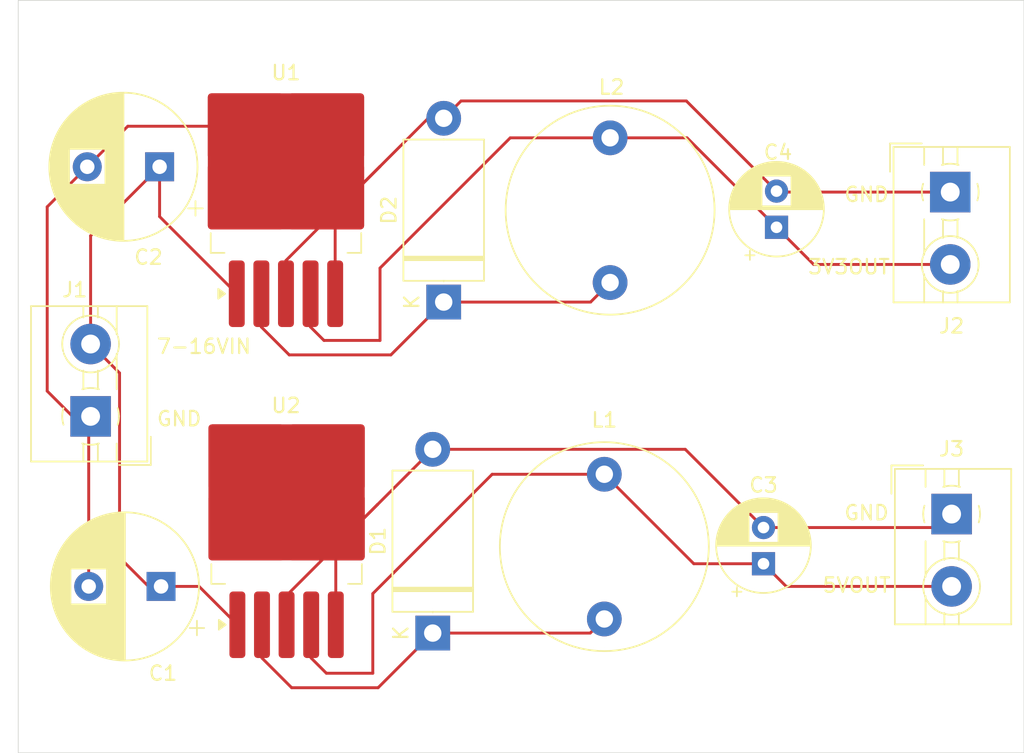
<source format=kicad_pcb>
(kicad_pcb (version 20240108) (generator "pcbnew") (generator_version "8.0")
  (layers (0 "F.Cu" signal) (31 "B.Cu" signal) (34 "B.Paste" user) (35 "F.Paste" user) (36 "B.SilkS" user "B.Silkscreen") (37 "F.SilkS" user "F.Silkscreen") (38 "B.Mask" user) (39 "F.Mask" user) (44 "Edge.Cuts" user))
  (net 0 "")
  (net 1 "Earth")
  (net 2 "Net-(D1-K)")
  (net 3 "Net-(D2-K)")
  (net 4 "Net-(J2-Pin_2)")
  (net 5 "Net-(J3-Pin_2)")
  (net 6 "Net-(J1-Pin_2)")
  (footprint "MountingHole:MountingHole_2.5mm" (layer "F.Cu") (at 154 69.5)
    (property "Reference" "H4" (hide yes))
    (property "Value" "MountingHole" (hide yes))
    (pad "" np_thru_hole circle (at 0 0) (size 2.5 2.5) (drill 2.5) (layers "*.Cu" "*.Mask"))
  )
  (footprint "Diode_THT:D_DO-27_P12.70mm_Horizontal" (layer "F.Cu") (at 178.142677 110.225 90)
    (property "Reference" "D1" (at 6.35 -3.785 90) (layer "F.SilkS"))
    (property "Value" "SB560-E3/54")
    (fp_text user "K" (at 0 -2.2 90) (layer "F.SilkS"))
    (pad "1" thru_hole rect (at 0 0 90) (size 2.4 2.4) (drill 1.2) (layers "*.Cu" "*.Mask") (net 2 "Net-(D1-K)"))
    (pad "2" thru_hole oval (at 12.7 0 90) (size 2.4 2.4) (drill 1.2) (layers "*.Cu" "*.Mask") (net 1 "Earth"))
  )
  (footprint "TerminalBlock:TerminalBlock_MaiXu_MX126-5.0-02P_1x02_P5.00mm" (layer "F.Cu") (at 214 102 -90)
    (property "Reference" "J3" (at -4.5 0 180) (layer "F.SilkS"))
    (property "Value" "691137710002 5VOUT")
    (pad "1" thru_hole rect (at 0 0 270) (size 2.8 2.8) (drill 1.3) (layers "*.Cu" "*.Mask") (net 1 "Earth"))
    (pad "2" thru_hole circle (at 5 0 270) (size 2.8 2.8) (drill 1.3) (layers "*.Cu" "*.Mask") (net 5 "Net-(J3-Pin_2)"))
  )
  (footprint "MountingHole:MountingHole_2.5mm" (layer "F.Cu") (at 213 115.5)
    (property "Reference" "H2" (hide yes))
    (property "Value" "MountingHole" (hide yes))
    (pad "" np_thru_hole circle (at 0 0) (size 2.5 2.5) (drill 2.5) (layers "F&B.Cu" "*.Mask"))
  )
  (footprint "Package_TO_SOT_SMD:TO-263-5_TabPin3" (layer "F.Cu") (at 168 79.125 90)
    (property "Reference" "U1" (at 7.625 0 180) (layer "F.SilkS"))
    (property "Value" "LM2596SX-3.3/NOPB")
    (pad "1" smd roundrect (at -7.65 -3.4 90) (size 4.6 1.1) (layers "F.Cu" "F.Paste" "F.Mask") (roundrect_rratio 0.227273) (net 6 "Net-(J1-Pin_2)"))
    (pad "2" smd roundrect (at -7.65 -1.7 90) (size 4.6 1.1) (layers "F.Cu" "F.Paste" "F.Mask") (roundrect_rratio 0.227273) (net 3 "Net-(D2-K)"))
    (pad "3" smd roundrect (at -7.65 0 90) (size 4.6 1.1) (layers "F.Cu" "F.Paste" "F.Mask") (roundrect_rratio 0.227273) (net 1 "Earth"))
    (pad "3" smd roundrect (at -0.925 -2.775 90) (size 4.55 5.25) (layers "F.Cu" "F.Paste") (roundrect_rratio 0.054945) (net 1 "Earth"))
    (pad "3" smd roundrect (at -0.925 2.775 90) (size 4.55 5.25) (layers "F.Cu" "F.Paste") (roundrect_rratio 0.054945) (net 1 "Earth"))
    (pad "3" smd roundrect (at 1.5 0 90) (size 9.4 10.8) (layers "F.Cu" "F.Mask") (roundrect_rratio 0.026596) (net 1 "Earth"))
    (pad "3" smd roundrect (at 3.925 -2.775 90) (size 4.55 5.25) (layers "F.Cu" "F.Paste") (roundrect_rratio 0.054945) (net 1 "Earth"))
    (pad "3" smd roundrect (at 3.925 2.775 90) (size 4.55 5.25) (layers "F.Cu" "F.Paste") (roundrect_rratio 0.054945) (net 1 "Earth"))
    (pad "4" smd roundrect (at -7.65 1.7 90) (size 4.6 1.1) (layers "F.Cu" "F.Paste" "F.Mask") (roundrect_rratio 0.227273) (net 4 "Net-(J2-Pin_2)"))
    (pad "5" smd roundrect (at -7.65 3.4 90) (size 4.6 1.1) (layers "F.Cu" "F.Paste" "F.Mask") (roundrect_rratio 0.227273) (net 1 "Earth"))
  )
  (footprint "MountingHole:MountingHole_2.5mm" (layer "F.Cu") (at 154 115.5)
    (property "Reference" "H3" (hide yes))
    (property "Value" "MountingHole" (hide yes))
    (pad "" np_thru_hole circle (at 0 0) (size 2.5 2.5) (drill 2.5) (layers "*.Cu" "*.Mask"))
  )
  (footprint "Capacitor_THT:CP_Radial_D10.0mm_P5.00mm" (layer "F.Cu") (at 159.367677 107 180)
    (property "Reference" "C1" (at -0.132323 -6 360) (layer "F.SilkS"))
    (property "Value" "25PX680MEFC10X12.5")
    (pad "1" thru_hole rect (at 0 0 180) (size 2 2) (drill 1) (layers "*.Cu" "*.Mask") (net 6 "Net-(J1-Pin_2)"))
    (pad "2" thru_hole circle (at 5 0 180) (size 2 2) (drill 1) (layers "*.Cu" "*.Mask") (net 1 "Earth"))
  )
  (footprint "TerminalBlock:TerminalBlock_MaiXu_MX126-5.0-02P_1x02_P5.00mm" (layer "F.Cu") (at 213.905 79.75 -90)
    (property "Reference" "J2" (at 9.25 -0.1 180) (layer "F.SilkS"))
    (property "Value" "691137710002 3V3OUT")
    (pad "1" thru_hole rect (at 0 0 270) (size 2.8 2.8) (drill 1.3) (layers "*.Cu" "*.Mask") (net 1 "Earth"))
    (pad "2" thru_hole circle (at 5 0 270) (size 2.8 2.8) (drill 1.3) (layers "*.Cu" "*.Mask") (net 4 "Net-(J2-Pin_2)"))
  )
  (footprint "Package_TO_SOT_SMD:TO-263-5_TabPin3" (layer "F.Cu") (at 168.042677 102 90)
    (property "Reference" "U2" (at 7.5 -0.042677 180) (layer "F.SilkS"))
    (property "Value" "LM2596SX-5.0/NOPB")
    (pad "1" smd roundrect (at -7.65 -3.4 90) (size 4.6 1.1) (layers "F.Cu" "F.Paste" "F.Mask") (roundrect_rratio 0.227273) (net 6 "Net-(J1-Pin_2)"))
    (pad "2" smd roundrect (at -7.65 -1.7 90) (size 4.6 1.1) (layers "F.Cu" "F.Paste" "F.Mask") (roundrect_rratio 0.227273) (net 2 "Net-(D1-K)"))
    (pad "3" smd roundrect (at -7.65 0 90) (size 4.6 1.1) (layers "F.Cu" "F.Paste" "F.Mask") (roundrect_rratio 0.227273) (net 1 "Earth"))
    (pad "3" smd roundrect (at -0.925 -2.775 90) (size 4.55 5.25) (layers "F.Cu" "F.Paste") (roundrect_rratio 0.054945) (net 1 "Earth"))
    (pad "3" smd roundrect (at -0.925 2.775 90) (size 4.55 5.25) (layers "F.Cu" "F.Paste") (roundrect_rratio 0.054945) (net 1 "Earth"))
    (pad "3" smd roundrect (at 1.5 0 90) (size 9.4 10.8) (layers "F.Cu" "F.Mask") (roundrect_rratio 0.026596) (net 1 "Earth"))
    (pad "3" smd roundrect (at 3.925 -2.775 90) (size 4.55 5.25) (layers "F.Cu" "F.Paste") (roundrect_rratio 0.054945) (net 1 "Earth"))
    (pad "3" smd roundrect (at 3.925 2.775 90) (size 4.55 5.25) (layers "F.Cu" "F.Paste") (roundrect_rratio 0.054945) (net 1 "Earth"))
    (pad "4" smd roundrect (at -7.65 1.7 90) (size 4.6 1.1) (layers "F.Cu" "F.Paste" "F.Mask") (roundrect_rratio 0.227273) (net 5 "Net-(J3-Pin_2)"))
    (pad "5" smd roundrect (at -7.65 3.4 90) (size 4.6 1.1) (layers "F.Cu" "F.Paste" "F.Mask") (roundrect_rratio 0.227273) (net 1 "Earth"))
  )
  (footprint "MountingHole:MountingHole_2.5mm" (layer "F.Cu") (at 213 69.5)
    (property "Reference" "H1" (hide yes))
    (property "Value" "MountingHole" (hide yes))
    (pad "" np_thru_hole circle (at 0 0) (size 2.5 2.5) (drill 2.5) (layers "*.Cu" "*.Mask"))
  )
  (footprint "Capacitor_THT:CP_Radial_D6.3mm_P2.50mm" (layer "F.Cu") (at 201 105.43238 90)
    (property "Reference" "C3" (at 5.43238 0 180) (layer "F.SilkS"))
    (property "Value" "860020373010")
    (pad "1" thru_hole rect (at 0 0 90) (size 1.6 1.6) (drill 0.8) (layers "*.Cu" "*.Mask") (net 5 "Net-(J3-Pin_2)"))
    (pad "2" thru_hole circle (at 2.5 0 90) (size 1.6 1.6) (drill 0.8) (layers "*.Cu" "*.Mask") (net 1 "Earth"))
  )
  (footprint "Capacitor_THT:CP_Radial_D10.0mm_P5.00mm" (layer "F.Cu") (at 159.267677 78 180)
    (property "Reference" "C2" (at 0.767677 -6.25 360) (layer "F.SilkS"))
    (property "Value" "25PX680MEFC10X12.5")
    (pad "1" thru_hole rect (at 0 0 180) (size 2 2) (drill 1) (layers "*.Cu" "*.Mask") (net 6 "Net-(J1-Pin_2)"))
    (pad "2" thru_hole circle (at 5 0 180) (size 2 2) (drill 1) (layers "*.Cu" "*.Mask") (net 1 "Earth"))
  )
  (footprint "Inductor_THT:L_Radial_D14.2mm_P10.00mm_Neosid_SD14" (layer "F.Cu") (at 190 99.25 -90)
    (property "Reference" "L1" (at -3.75 0 180) (layer "F.SilkS"))
    (property "Value" "HCTI-220-5.8")
    (pad "1" thru_hole circle (at 0 0 270) (size 2.4 2.4) (drill 1.2) (layers "*.Cu" "*.Mask") (net 5 "Net-(J3-Pin_2)"))
    (pad "2" thru_hole circle (at 10 0 270) (size 2.4 2.4) (drill 1.2) (layers "*.Cu" "*.Mask") (net 2 "Net-(D1-K)"))
  )
  (footprint "Inductor_THT:L_Radial_D14.2mm_P10.00mm_Neosid_SD14" (layer "F.Cu") (at 190.4 76 -90)
    (property "Reference" "L2" (at -3.5 -0.1 180) (layer "F.SilkS"))
    (property "Value" "HCTI-220-5.8")
    (pad "1" thru_hole circle (at 0 0 270) (size 2.4 2.4) (drill 1.2) (layers "*.Cu" "*.Mask") (net 4 "Net-(J2-Pin_2)"))
    (pad "2" thru_hole circle (at 10 0 270) (size 2.4 2.4) (drill 1.2) (layers "*.Cu" "*.Mask") (net 3 "Net-(D2-K)"))
  )
  (footprint "Diode_THT:D_DO-27_P12.70mm_Horizontal" (layer "F.Cu") (at 178.9 87.35 90)
    (property "Reference" "D2" (at 6.35 -3.785 90) (layer "F.SilkS"))
    (property "Value" "SB560-E3/54")
    (fp_text user "K" (at 0 -2.2 90) (layer "F.SilkS"))
    (pad "1" thru_hole rect (at 0 0 90) (size 2.4 2.4) (drill 1.2) (layers "*.Cu" "*.Mask") (net 3 "Net-(D2-K)"))
    (pad "2" thru_hole oval (at 12.7 0 90) (size 2.4 2.4) (drill 1.2) (layers "*.Cu" "*.Mask") (net 1 "Earth"))
  )
  (footprint "Capacitor_THT:CP_Radial_D6.3mm_P2.50mm" (layer "F.Cu") (at 201.9 82.18238 90)
    (property "Reference" "C4" (at 5.18238 0.1 180) (layer "F.SilkS"))
    (property "Value" "860020373010")
    (pad "1" thru_hole rect (at 0 0 90) (size 1.6 1.6) (drill 0.8) (layers "*.Cu" "*.Mask") (net 4 "Net-(J2-Pin_2)"))
    (pad "2" thru_hole circle (at 2.5 0 90) (size 1.6 1.6) (drill 0.8) (layers "*.Cu" "*.Mask") (net 1 "Earth"))
  )
  (footprint "TerminalBlock:TerminalBlock_MaiXu_MX126-5.0-02P_1x02_P5.00mm" (layer "F.Cu") (at 154.5 95.25 90)
    (property "Reference" "J1" (at 8.75 -1.095 180) (layer "F.SilkS"))
    (property "Value" "691137710002 7-40VIN")
    (pad "1" thru_hole rect (at 0 0 90) (size 2.8 2.8) (drill 1.3) (layers "*.Cu" "*.Mask") (net 1 "Earth"))
    (pad "2" thru_hole circle (at 5 0 90) (size 2.8 2.8) (drill 1.3) (layers "*.Cu" "*.Mask") (net 6 "Net-(J1-Pin_2)"))
  )
  (gr_rect (start 149.5 66.5) (end 219 118.5) (stroke (width 0.05)) (fill none) (layer "Edge.Cuts"))
  (gr_text "GND" (at 159 96 0) (layer "F.SilkS") (effects (font (size 1 1)) (justify left bottom)))
  (gr_text "GND" (at 206.5 80.5 0) (layer "F.SilkS") (effects (font (size 1 1)) (justify left bottom)))
  (gr_text "7-16VIN" (at 159 91 0) (layer "F.SilkS") (effects (font (size 1 1)) (justify left bottom)))
  (gr_text "GND" (at 206.5 102.5 0) (layer "F.SilkS") (effects (font (size 1 1)) (justify left bottom)))
  (gr_text "5VOUT" (at 205 107.5 0) (layer "F.SilkS") (effects (font (size 1 1)) (justify left bottom)))
  (gr_text "3V3OUT" (at 204 85.5 0) (layer "F.SilkS") (effects (font (size 1 1)) (justify left bottom)))
  (segment (start 174.4875 77.9875) (end 177.825 74.65) (width 0.2) (layer "F.Cu") (net 1))
  (segment (start 213.06762 102.93238) (end 214 102) (width 0.2) (layer "F.Cu") (net 1))
  (segment (start 195.59262 97.525) (end 178.142677 97.525) (width 0.2) (layer "F.Cu") (net 1))
  (segment (start 201.96762 79.75) (end 201.9 79.68238) (width 0.2) (layer "F.Cu") (net 1))
  (segment (start 168.042677 109.65) (end 168.042677 107.625) (width 0.2) (layer "F.Cu") (net 1))
  (segment (start 195.66762 73.45) (end 180.1 73.45) (width 0.2) (layer "F.Cu") (net 1))
  (segment (start 168 86.775) (end 168 84.475) (width 0.2) (layer "F.Cu") (net 1))
  (segment (start 157.067677 75.2) (end 165.225 75.2) (width 0.2) (layer "F.Cu") (net 1))
  (segment (start 201 102.93238) (end 213.06762 102.93238) (width 0.2) (layer "F.Cu") (net 1))
  (segment (start 213.905 79.75) (end 201.96762 79.75) (width 0.2) (layer "F.Cu") (net 1))
  (segment (start 177.825 74.65) (end 178.9 74.65) (width 0.2) (layer "F.Cu") (net 1))
  (segment (start 153.25 95.25) (end 151.5 93.5) (width 0.2) (layer "F.Cu") (net 1))
  (segment (start 171.4 81.075) (end 174.4875 77.9875) (width 0.2) (layer "F.Cu") (net 1))
  (segment (start 212.905 102) (end 213 102) (width 0.2) (layer "F.Cu") (net 1))
  (segment (start 174.333838 101.333838) (end 178.142677 97.525) (width 0.2) (layer "F.Cu") (net 1))
  (segment (start 180.1 73.45) (end 178.9 74.65) (width 0.2) (layer "F.Cu") (net 1))
  (segment (start 168.042677 107.625) (end 174.333838 101.333838) (width 0.2) (layer "F.Cu") (net 1))
  (segment (start 201 102.93238) (end 195.59262 97.525) (width 0.2) (layer "F.Cu") (net 1))
  (segment (start 171.442677 104.224999) (end 174.333838 101.333838) (width 0.2) (layer "F.Cu") (net 1))
  (segment (start 168 84.475) (end 174.4875 77.9875) (width 0.2) (layer "F.Cu") (net 1))
  (segment (start 171.442677 109.65) (end 171.442677 104.224999) (width 0.2) (layer "F.Cu") (net 1))
  (segment (start 154.367677 95.382323) (end 154.5 95.25) (width 0.2) (layer "F.Cu") (net 1))
  (segment (start 201.9 79.68238) (end 195.66762 73.45) (width 0.2) (layer "F.Cu") (net 1))
  (segment (start 154.267677 78) (end 157.067677 75.2) (width 0.2) (layer "F.Cu") (net 1))
  (segment (start 154.367677 107) (end 154.367677 95.382323) (width 0.2) (layer "F.Cu") (net 1))
  (segment (start 171.4 86.775) (end 171.4 81.075) (width 0.2) (layer "F.Cu") (net 1))
  (segment (start 151.5 80.767677) (end 154.267677 78) (width 0.2) (layer "F.Cu") (net 1))
  (segment (start 154.5 95.25) (end 153.25 95.25) (width 0.2) (layer "F.Cu") (net 1))
  (segment (start 151.5 93.5) (end 151.5 80.767677) (width 0.2) (layer "F.Cu") (net 1))
  (segment (start 168.392677 114) (end 166.342677 111.95) (width 0.2) (layer "F.Cu") (net 2))
  (segment (start 178.142677 110.225) (end 174.367677 114) (width 0.2) (layer "F.Cu") (net 2))
  (segment (start 166.342677 111.95) (end 166.342677 109.65) (width 0.2) (layer "F.Cu") (net 2))
  (segment (start 174.367677 114) (end 168.392677 114) (width 0.2) (layer "F.Cu") (net 2))
  (segment (start 178.142677 110.225) (end 189.025 110.225) (width 0.2) (layer "F.Cu") (net 2))
  (segment (start 189.025 110.225) (end 190 109.25) (width 0.2) (layer "F.Cu") (net 2))
  (segment (start 168.225 91) (end 166.3 89.075) (width 0.2) (layer "F.Cu") (net 3))
  (segment (start 175.25 91) (end 168.225 91) (width 0.2) (layer "F.Cu") (net 3))
  (segment (start 190.4 86) (end 189.05 87.35) (width 0.2) (layer "F.Cu") (net 3))
  (segment (start 178.9 87.35) (end 175.25 91) (width 0.2) (layer "F.Cu") (net 3))
  (segment (start 189.05 87.35) (end 178.9 87.35) (width 0.2) (layer "F.Cu") (net 3))
  (segment (start 166.3 89.075) (end 166.3 86.775) (width 0.2) (layer "F.Cu") (net 3))
  (segment (start 174.5 90) (end 174.5 85) (width 0.2) (layer "F.Cu") (net 4))
  (segment (start 202.08238 82) (end 201.9 82.18238) (width 0.2) (layer "F.Cu") (net 4))
  (segment (start 169.7 86.775) (end 169.7 89.075) (width 0.2) (layer "F.Cu") (net 4))
  (segment (start 195.71762 76) (end 201.9 82.18238) (width 0.2) (layer "F.Cu") (net 4))
  (segment (start 174.5 85) (end 183.5 76) (width 0.2) (layer "F.Cu") (net 4))
  (segment (start 190.4 76) (end 195.71762 76) (width 0.2) (layer "F.Cu") (net 4))
  (segment (start 170.625 90) (end 174.5 90) (width 0.2) (layer "F.Cu") (net 4))
  (segment (start 183.5 76) (end 190.4 76) (width 0.2) (layer "F.Cu") (net 4))
  (segment (start 204.46762 84.75) (end 201.9 82.18238) (width 0.2) (layer "F.Cu") (net 4))
  (segment (start 213.905 84.75) (end 204.46762 84.75) (width 0.2) (layer "F.Cu") (net 4))
  (segment (start 169.7 89.075) (end 170.625 90) (width 0.2) (layer "F.Cu") (net 4))
  (segment (start 182.25 99.25) (end 190 99.25) (width 0.2) (layer "F.Cu") (net 5))
  (segment (start 174 113) (end 174 107.5) (width 0.2) (layer "F.Cu") (net 5))
  (segment (start 170.792677 113) (end 174 113) (width 0.2) (layer "F.Cu") (net 5))
  (segment (start 169.742677 111.95) (end 170.792677 113) (width 0.2) (layer "F.Cu") (net 5))
  (segment (start 174 107.5) (end 182.25 99.25) (width 0.2) (layer "F.Cu") (net 5))
  (segment (start 214 107) (end 202.56762 107) (width 0.2) (layer "F.Cu") (net 5))
  (segment (start 190 99.25) (end 196.18238 105.43238) (width 0.2) (layer "F.Cu") (net 5))
  (segment (start 169.742677 109.65) (end 169.742677 111.95) (width 0.2) (layer "F.Cu") (net 5))
  (segment (start 202.56762 107) (end 201 105.43238) (width 0.2) (layer "F.Cu") (net 5))
  (segment (start 196.18238 105.43238) (end 201 105.43238) (width 0.2) (layer "F.Cu") (net 5))
  (segment (start 158.5 107) (end 159.367677 107) (width 0.2) (layer "F.Cu") (net 6))
  (segment (start 161.992677 107) (end 164.642677 109.65) (width 0.2) (layer "F.Cu") (net 6))
  (segment (start 154.5 90.25) (end 156.5 92.25) (width 0.2) (layer "F.Cu") (net 6))
  (segment (start 159.367677 107) (end 161.992677 107) (width 0.2) (layer "F.Cu") (net 6))
  (segment (start 156.5 92.25) (end 156.5 105) (width 0.2) (layer "F.Cu") (net 6))
  (segment (start 159.267677 81.442677) (end 164.6 86.775) (width 0.2) (layer "F.Cu") (net 6))
  (segment (start 154.5 82.767677) (end 159.267677 78) (width 0.2) (layer "F.Cu") (net 6))
  (segment (start 156.5 105) (end 158.5 107) (width 0.2) (layer "F.Cu") (net 6))
  (segment (start 154.5 90.25) (end 154.5 82.767677) (width 0.2) (layer "F.Cu") (net 6))
  (segment (start 159.267677 78) (end 159.267677 81.442677) (width 0.2) (layer "F.Cu") (net 6))
)
</source>
